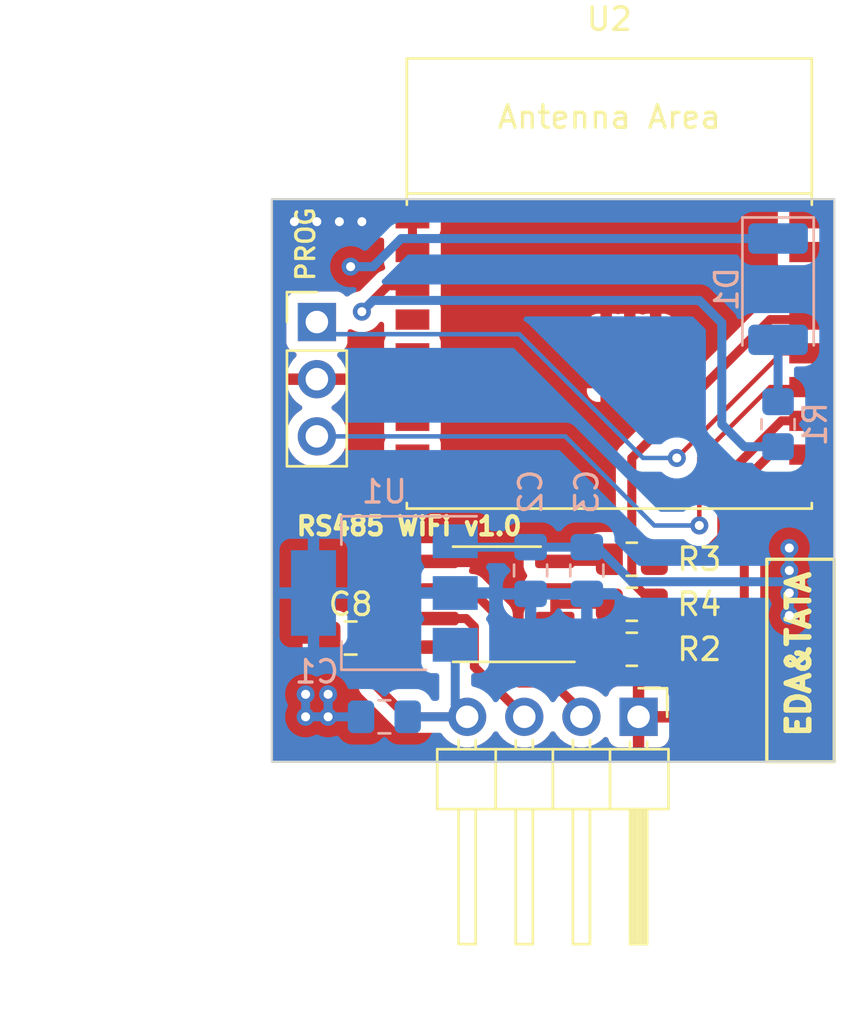
<source format=kicad_pcb>
(kicad_pcb (version 20221018) (generator pcbnew)
  (layers (0 "F.Cu" signal) (31 "B.Cu" signal) (34 "B.Paste" user) (35 "F.Paste" user) (36 "B.SilkS" user "B.Silkscreen") (37 "F.SilkS" user "F.Silkscreen") (38 "B.Mask" user) (39 "F.Mask" user) (44 "Edge.Cuts" user))
  (net 0 "")
  (net 1 "+5V")
  (net 2 "GND")
  (net 3 "+3V3")
  (net 9 "Net-(D1-A)")
  (net 14 "/USB_D-")
  (net 15 "/USB_D+")
  (net 16 "/RS485_A")
  (net 17 "/RS485_B")
  (net 18 "/RX")
  (net 19 "/TX")
  (net 20 "/TXEN")
  (net 21 "/LED")
  (net 22 "Net-(U2-GPIO20{slash}U0RXD)")
  (net 23 "Net-(U2-GPIO21{slash}U0TXD)")
  (net 24 "Net-(U2-GPIO3{slash}ADC1_CH3)")
  (footprint "Resistor_SMD:R_0805_2012Metric_Pad1.20x1.40mm_HandSolder" (layer "F.Cu") (at 141 81 180)
    (fp_text reference "R3" (at -3 0) (layer "F.SilkS"))
    (fp_text value "270R")
    (fp_line (start -0.227064 -0.735) (end 0.227064 -0.735) (stroke (width 0.12)) (layer "F.SilkS"))
    (fp_line (start -0.227064 0.735) (end 0.227064 0.735) (stroke (width 0.12)) (layer "F.SilkS"))
    (pad "1" smd roundrect (at -1 0 180) (size 1.2 1.4) (layers "F.Cu" "F.Paste" "F.Mask") (roundrect_rratio 0.2083333333) (net 23 "Net-(U2-GPIO21{slash}U0TXD)"))
    (pad "2" smd roundrect (at 1 0 180) (size 1.2 1.4) (layers "F.Cu" "F.Paste" "F.Mask") (roundrect_rratio 0.2083333333) (net 19 "/TX"))
  )
  (footprint "Resistor_SMD:R_0805_2012Metric_Pad1.20x1.40mm_HandSolder" (layer "F.Cu") (at 141 83)
    (fp_text reference "R4" (at 3 0) (layer "F.SilkS"))
    (fp_text value "270R")
    (fp_line (start -0.227064 -0.735) (end 0.227064 -0.735) (stroke (width 0.12)) (layer "F.SilkS"))
    (fp_line (start -0.227064 0.735) (end 0.227064 0.735) (stroke (width 0.12)) (layer "F.SilkS"))
    (pad "1" smd roundrect (at -1 0) (size 1.2 1.4) (layers "F.Cu" "F.Paste" "F.Mask") (roundrect_rratio 0.2083333333) (net 20 "/TXEN"))
    (pad "2" smd roundrect (at 1 0) (size 1.2 1.4) (layers "F.Cu" "F.Paste" "F.Mask") (roundrect_rratio 0.2083333333) (net 24 "Net-(U2-GPIO3{slash}ADC1_CH3)"))
  )
  (footprint "Connector_PinHeader_2.54mm:PinHeader_1x04_P2.54mm_Horizontal" (layer "F.Cu") (at 141.3 88 -90)
    (fp_text reference "J1" hide)
    (fp_text value "internal")
    (fp_line (start -1.27 -1.27) (end 0 -1.27) (stroke (width 0.12)) (layer "F.SilkS"))
    (fp_line (start -1.27 0) (end -1.27 -1.27) (stroke (width 0.12)) (layer "F.SilkS"))
    (fp_line (start 1.042929 2.16) (end 1.44 2.16) (stroke (width 0.12)) (layer "F.SilkS"))
    (fp_line (start 1.042929 2.92) (end 1.44 2.92) (stroke (width 0.12)) (layer "F.SilkS"))
    (fp_line (start 1.042929 4.7) (end 1.44 4.7) (stroke (width 0.12)) (layer "F.SilkS"))
    (fp_line (start 1.042929 5.46) (end 1.44 5.46) (stroke (width 0.12)) (layer "F.SilkS"))
    (fp_line (start 1.042929 7.24) (end 1.44 7.24) (stroke (width 0.12)) (layer "F.SilkS"))
    (fp_line (start 1.042929 8) (end 1.44 8) (stroke (width 0.12)) (layer "F.SilkS"))
    (fp_line (start 1.11 -0.38) (end 1.44 -0.38) (stroke (width 0.12)) (layer "F.SilkS"))
    (fp_line (start 1.11 0.38) (end 1.44 0.38) (stroke (width 0.12)) (layer "F.SilkS"))
    (fp_line (start 1.44 -1.33) (end 1.44 8.95) (stroke (width 0.12)) (layer "F.SilkS"))
    (fp_line (start 1.44 1.27) (end 4.1 1.27) (stroke (width 0.12)) (layer "F.SilkS"))
    (fp_line (start 1.44 3.81) (end 4.1 3.81) (stroke (width 0.12)) (layer "F.SilkS"))
    (fp_line (start 1.44 6.35) (end 4.1 6.35) (stroke (width 0.12)) (layer "F.SilkS"))
    (fp_line (start 1.44 8.95) (end 4.1 8.95) (stroke (width 0.12)) (layer "F.SilkS"))
    (fp_line (start 4.1 -1.33) (end 1.44 -1.33) (stroke (width 0.12)) (layer "F.SilkS"))
    (fp_line (start 4.1 -0.38) (end 10.1 -0.38) (stroke (width 0.12)) (layer "F.SilkS"))
    (fp_line (start 4.1 -0.32) (end 10.1 -0.32) (stroke (width 0.12)) (layer "F.SilkS"))
    (fp_line (start 4.1 -0.2) (end 10.1 -0.2) (stroke (width 0.12)) (layer "F.SilkS"))
    (fp_line (start 4.1 -0.08) (end 10.1 -0.08) (stroke (width 0.12)) (layer "F.SilkS"))
    (fp_line (start 4.1 0.04) (end 10.1 0.04) (stroke (width 0.12)) (layer "F.SilkS"))
    (fp_line (start 4.1 0.16) (end 10.1 0.16) (stroke (width 0.12)) (layer "F.SilkS"))
    (fp_line (start 4.1 0.28) (end 10.1 0.28) (stroke (width 0.12)) (layer "F.SilkS"))
    (fp_line (start 4.1 2.16) (end 10.1 2.16) (stroke (width 0.12)) (layer "F.SilkS"))
    (fp_line (start 4.1 4.7) (end 10.1 4.7) (stroke (width 0.12)) (layer "F.SilkS"))
    (fp_line (start 4.1 7.24) (end 10.1 7.24) (stroke (width 0.12)) (layer "F.SilkS"))
    (fp_line (start 4.1 8.95) (end 4.1 -1.33) (stroke (width 0.12)) (layer "F.SilkS"))
    (fp_line (start 10.1 -0.38) (end 10.1 0.38) (stroke (width 0.12)) (layer "F.SilkS"))
    (fp_line (start 10.1 0.38) (end 4.1 0.38) (stroke (width 0.12)) (layer "F.SilkS"))
    (fp_line (start 10.1 2.16) (end 10.1 2.92) (stroke (width 0.12)) (layer "F.SilkS"))
    (fp_line (start 10.1 2.92) (end 4.1 2.92) (stroke (width 0.12)) (layer "F.SilkS"))
    (fp_line (start 10.1 4.7) (end 10.1 5.46) (stroke (width 0.12)) (layer "F.SilkS"))
    (fp_line (start 10.1 5.46) (end 4.1 5.46) (stroke (width 0.12)) (layer "F.SilkS"))
    (fp_line (start 10.1 7.24) (end 10.1 8) (stroke (width 0.12)) (layer "F.SilkS"))
    (fp_line (start 10.1 8) (end 4.1 8) (stroke (width 0.12)) (layer "F.SilkS"))
    (pad "1" thru_hole rect (at 0 0 270) (size 1.7 1.7) (drill 1) (layers *.Cu *.Mask) (net 2 "GND"))
    (pad "2" thru_hole oval (at 0 2.54 270) (size 1.7 1.7) (drill 1) (layers *.Cu *.Mask) (net 16 "/RS485_A"))
    (pad "3" thru_hole oval (at 0 5.08 270) (size 1.7 1.7) (drill 1) (layers *.Cu *.Mask) (net 17 "/RS485_B"))
    (pad "4" thru_hole oval (at 0 7.62 270) (size 1.7 1.7) (drill 1) (layers *.Cu *.Mask) (net 1 "+5V"))
  )
  (footprint "Capacitor_SMD:C_0805_2012Metric_Pad1.18x1.45mm_HandSolder" (layer "F.Cu") (at 128.5 84.5 180)
    (fp_text reference "C8" (at 0 1.5) (layer "F.SilkS"))
    (fp_text value "100n")
    (fp_line (start -0.261252 -0.735) (end 0.261252 -0.735) (stroke (width 0.12)) (layer "F.SilkS"))
    (fp_line (start -0.261252 0.735) (end 0.261252 0.735) (stroke (width 0.12)) (layer "F.SilkS"))
    (pad "1" smd roundrect (at -1.0375 0 180) (size 1.175 1.45) (layers "F.Cu" "F.Paste" "F.Mask") (roundrect_rratio 0.2127659574) (net 1 "+5V"))
    (pad "2" smd roundrect (at 1.0375 0 180) (size 1.175 1.45) (layers "F.Cu" "F.Paste" "F.Mask") (roundrect_rratio 0.2127659574) (net 2 "GND"))
  )
  (footprint "Resistor_SMD:R_0805_2012Metric_Pad1.20x1.40mm_HandSolder" (layer "F.Cu") (at 141 85 180)
    (fp_text reference "R2" (at -3 0) (layer "F.SilkS"))
    (fp_text value "270R")
    (fp_line (start -0.227064 -0.735) (end 0.227064 -0.735) (stroke (width 0.12)) (layer "F.SilkS"))
    (fp_line (start -0.227064 0.735) (end 0.227064 0.735) (stroke (width 0.12)) (layer "F.SilkS"))
    (pad "1" smd roundrect (at -1 0 180) (size 1.2 1.4) (layers "F.Cu" "F.Paste" "F.Mask") (roundrect_rratio 0.2083333333) (net 22 "Net-(U2-GPIO20{slash}U0RXD)"))
    (pad "2" smd roundrect (at 1 0 180) (size 1.2 1.4) (layers "F.Cu" "F.Paste" "F.Mask") (roundrect_rratio 0.2083333333) (net 18 "/RX"))
  )
  (footprint "Espressif:ESP32-C3-WROOM-02" (layer "F.Cu") (at 140 70)
    (fp_text reference "U2" (at 0 -13) (layer "F.SilkS"))
    (fp_text value "ESP32-C3-WROOM-02")
    (fp_text user "Antenna Area" (at 0 -8.65) (layer "F.SilkS"))
    (fp_line (start -9 -11.25) (end -9 -4.75) (stroke (width 0.12)) (layer "F.SilkS"))
    (fp_line (start -9 -11.25) (end 9 -11.25) (stroke (width 0.12)) (layer "F.SilkS"))
    (fp_line (start -9 8.75) (end -9 8.5) (stroke (width 0.12)) (layer "F.SilkS"))
    (fp_line (start 9 -11.25) (end 9 -4.75) (stroke (width 0.12)) (layer "F.SilkS"))
    (fp_line (start 9 -5.25) (end -8.95 -5.25) (stroke (width 0.12)) (layer "F.SilkS"))
    (fp_line (start 9 8.5) (end 9 8.75) (stroke (width 0.12)) (layer "F.SilkS"))
    (fp_line (start 9 8.75) (end -9 8.75) (stroke (width 0.12)) (layer "F.SilkS"))
    (pad "1" smd rect (at -8.75 -4.15) (size 1.5 0.9) (layers "F.Cu" "F.Paste" "F.Mask") (net 3 "+3V3"))
    (pad "2" smd rect (at -8.75 -2.65) (size 1.5 0.9) (layers "F.Cu" "F.Paste" "F.Mask") (net 3 "+3V3"))
    (pad "3" smd rect (at -8.75 -1.15) (size 1.5 0.9) (layers "F.Cu" "F.Paste" "F.Mask") (net 21 "/LED"))
    (pad "4" smd rect (at -8.75 0.35) (size 1.5 0.9) (layers "F.Cu" "F.Paste" "F.Mask"))
    (pad "5" smd rect (at -8.75 1.85) (size 1.5 0.9) (layers "F.Cu" "F.Paste" "F.Mask"))
    (pad "6" smd rect (at -8.75 3.35) (size 1.5 0.9) (layers "F.Cu" "F.Paste" "F.Mask"))
    (pad "7" smd rect (at -8.75 4.85) (size 1.5 0.9) (layers "F.Cu" "F.Paste" "F.Mask"))
    (pad "8" smd rect (at -8.75 6.35) (size 1.5 0.9) (layers "F.Cu" "F.Paste" "F.Mask"))
    (pad "9" smd rect (at -8.75 7.85) (size 1.5 0.9) (layers "F.Cu" "F.Paste" "F.Mask") (net 2 "GND"))
    (pad "10" smd rect (at 8.75 7.85 180) (size 1.5 0.9) (layers "F.Cu" "F.Paste" "F.Mask"))
    (pad "11" smd rect (at 8.75 6.35 180) (size 1.5 0.9) (layers "F.Cu" "F.Paste" "F.Mask") (net 22 "Net-(U2-GPIO20{slash}U0RXD)"))
    (pad "12" smd rect (at 8.75 4.85 180) (size 1.5 0.9) (layers "F.Cu" "F.Paste" "F.Mask") (net 23 "Net-(U2-GPIO21{slash}U0TXD)"))
    (pad "13" smd rect (at 8.75 3.35 180) (size 1.5 0.9) (layers "F.Cu" "F.Paste" "F.Mask") (net 14 "/USB_D-"))
    (pad "14" smd rect (at 8.75 1.85 180) (size 1.5 0.9) (layers "F.Cu" "F.Paste" "F.Mask") (net 15 "/USB_D+"))
    (pad "15" smd rect (at 8.75 0.35 180) (size 1.5 0.9) (layers "F.Cu" "F.Paste" "F.Mask") (net 24 "Net-(U2-GPIO3{slash}ADC1_CH3)"))
    (pad "16" smd rect (at 8.75 -1.15 180) (size 1.5 0.9) (layers "F.Cu" "F.Paste" "F.Mask"))
    (pad "17" smd rect (at 8.75 -2.65 180) (size 1.5 0.9) (layers "F.Cu" "F.Paste" "F.Mask"))
    (pad "18" smd rect (at 8.75 -4.15 180) (size 1.5 0.9) (layers "F.Cu" "F.Paste" "F.Mask"))
    (pad "19" smd rect (at -0.14 0.95 180) (size 0.7 0.7) (layers "F.Cu" "F.Paste" "F.Mask") (net 2 "GND"))
    (pad "19" smd rect (at -0.14 2.05 180) (size 0.7 0.7) (layers "F.Cu" "F.Paste" "F.Mask") (net 2 "GND"))
    (pad "19" smd rect (at -0.14 3.15 180) (size 0.7 0.7) (layers "F.Cu" "F.Paste" "F.Mask") (net 2 "GND"))
    (pad "19" smd rect (at 0.91 0.95 180) (size 0.7 0.7) (layers "F.Cu" "F.Paste" "F.Mask") (net 2 "GND"))
    (pad "19" smd rect (at 0.91 2.05 180) (size 0.7 0.7) (layers "F.Cu" "F.Paste" "F.Mask") (net 2 "GND"))
    (pad "19" smd rect (at 0.91 3.15 180) (size 0.7 0.7) (layers "F.Cu" "F.Paste" "F.Mask") (net 2 "GND"))
    (pad "19" smd rect (at 2.06 0.95 180) (size 0.7 0.7) (layers "F.Cu" "F.Paste" "F.Mask") (net 2 "GND"))
    (pad "19" smd rect (at 2.06 2.05 180) (size 0.7 0.7) (layers "F.Cu" "F.Paste" "F.Mask") (net 2 "GND"))
    (pad "19" smd rect (at 2.06 3.15 180) (size 0.7 0.7) (layers "F.Cu" "F.Paste" "F.Mask") (net 2 "GND"))
  )
  (footprint "Connector_PinHeader_2.54mm:PinHeader_1x03_P2.54mm_Vertical" (layer "F.Cu") (at 127 70.46)
    (fp_text reference "J2" hide)
    (fp_text value "PROG" (at -0.5 -3.46 90) (layer "F.SilkS") (effects (font (size 0.8 0.8))))
    (fp_line (start -1.33 -1.33) (end 0 -1.33) (stroke (width 0.12)) (layer "F.SilkS"))
    (fp_line (start -1.33 0) (end -1.33 -1.33) (stroke (width 0.12)) (layer "F.SilkS"))
    (fp_line (start -1.33 1.27) (end -1.33 6.41) (stroke (width 0.12)) (layer "F.SilkS"))
    (fp_line (start -1.33 1.27) (end 1.33 1.27) (stroke (width 0.12)) (layer "F.SilkS"))
    (fp_line (start -1.33 6.41) (end 1.33 6.41) (stroke (width 0.12)) (layer "F.SilkS"))
    (fp_line (start 1.33 1.27) (end 1.33 6.41) (stroke (width 0.12)) (layer "F.SilkS"))
    (pad "1" thru_hole rect (at 0 0) (size 1.7 1.7) (drill 1) (layers *.Cu *.Mask) (net 15 "/USB_D+"))
    (pad "2" thru_hole oval (at 0 2.54) (size 1.7 1.7) (drill 1) (layers *.Cu *.Mask) (net 2 "GND"))
    (pad "3" thru_hole oval (at 0 5.08) (size 1.7 1.7) (drill 1) (layers *.Cu *.Mask) (net 14 "/USB_D-"))
  )
  (footprint "Package_SO:SO-8_3.9x4.9mm_P1.27mm" (layer "F.Cu") (at 135 83 180)
    (fp_text reference "U5" hide)
    (fp_text value "MAX485E")
    (fp_line (start 0 -2.56) (end -3.45 -2.56) (stroke (width 0.12)) (layer "F.SilkS"))
    (fp_line (start 0 -2.56) (end 1.95 -2.56) (stroke (width 0.12)) (layer "F.SilkS"))
    (fp_line (start 0 2.56) (end -1.95 2.56) (stroke (width 0.12)) (layer "F.SilkS"))
    (fp_line (start 0 2.56) (end 1.95 2.56) (stroke (width 0.12)) (layer "F.SilkS"))
    (pad "1" smd roundrect (at -2.575 -1.905 180) (size 1.75 0.6) (layers "F.Cu" "F.Paste" "F.Mask") (net 18 "/RX"))
    (pad "2" smd roundrect (at -2.575 -0.635 180) (size 1.75 0.6) (layers "F.Cu" "F.Paste" "F.Mask") (net 20 "/TXEN"))
    (pad "3" smd roundrect (at -2.575 0.635 180) (size 1.75 0.6) (layers "F.Cu" "F.Paste" "F.Mask") (net 20 "/TXEN"))
    (pad "4" smd roundrect (at -2.575 1.905 180) (size 1.75 0.6) (layers "F.Cu" "F.Paste" "F.Mask") (net 19 "/TX"))
    (pad "5" smd roundrect (at 2.575 1.905 180) (size 1.75 0.6) (layers "F.Cu" "F.Paste" "F.Mask") (net 2 "GND"))
    (pad "6" smd roundrect (at 2.575 0.635 180) (size 1.75 0.6) (layers "F.Cu" "F.Paste" "F.Mask") (net 16 "/RS485_A"))
    (pad "7" smd roundrect (at 2.575 -0.635 180) (size 1.75 0.6) (layers "F.Cu" "F.Paste" "F.Mask") (net 17 "/RS485_B"))
    (pad "8" smd roundrect (at 2.575 -1.905 180) (size 1.75 0.6) (layers "F.Cu" "F.Paste" "F.Mask") (net 1 "+5V"))
  )
  (footprint "Capacitor_SMD:C_0805_2012Metric_Pad1.18x1.45mm_HandSolder" (layer "B.Cu") (at 136.5 81.5 90)
    (fp_text reference "C2" (at 3.5 0 90) (layer "B.SilkS") (effects (justify mirror)))
    (fp_text value "47u")
    (fp_line (start -0.261252 -0.735) (end 0.261252 -0.735) (stroke (width 0.12)) (layer "B.SilkS"))
    (fp_line (start -0.261252 0.735) (end 0.261252 0.735) (stroke (width 0.12)) (layer "B.SilkS"))
    (pad "1" smd roundrect (at -1.0375 0 90) (size 1.175 1.45) (layers "B.Cu" "B.Paste" "B.Mask") (roundrect_rratio 0.2127659574) (net 3 "+3V3"))
    (pad "2" smd roundrect (at 1.0375 0 90) (size 1.175 1.45) (layers "B.Cu" "B.Paste" "B.Mask") (roundrect_rratio 0.2127659574) (net 2 "GND"))
  )
  (footprint "Capacitor_SMD:C_0805_2012Metric_Pad1.18x1.45mm_HandSolder" (layer "B.Cu") (at 139 81.5 90)
    (fp_text reference "C3" (at 3.5 0 90) (layer "B.SilkS") (effects (justify mirror)))
    (fp_text value "47u")
    (fp_line (start -0.261252 -0.735) (end 0.261252 -0.735) (stroke (width 0.12)) (layer "B.SilkS"))
    (fp_line (start -0.261252 0.735) (end 0.261252 0.735) (stroke (width 0.12)) (layer "B.SilkS"))
    (pad "1" smd roundrect (at -1.0375 0 90) (size 1.175 1.45) (layers "B.Cu" "B.Paste" "B.Mask") (roundrect_rratio 0.2127659574) (net 3 "+3V3"))
    (pad "2" smd roundrect (at 1.0375 0 90) (size 1.175 1.45) (layers "B.Cu" "B.Paste" "B.Mask") (roundrect_rratio 0.2127659574) (net 2 "GND"))
  )
  (footprint "Package_TO_SOT_SMD:SOT-223-3_TabPin2" (layer "B.Cu") (at 130 82.5 180)
    (fp_text reference "U1" (at 0 4.5) (layer "B.SilkS") (effects (justify mirror)))
    (fp_text value "LM1117-3.3")
    (fp_line (start -4.1 3.41) (end 1.91 3.41) (stroke (width 0.12)) (layer "B.SilkS"))
    (fp_line (start -1.85 -3.41) (end 1.91 -3.41) (stroke (width 0.12)) (layer "B.SilkS"))
    (fp_line (start 1.91 -3.41) (end 1.91 -2.15) (stroke (width 0.12)) (layer "B.SilkS"))
    (fp_line (start 1.91 3.41) (end 1.91 2.15) (stroke (width 0.12)) (layer "B.SilkS"))
    (pad "1" smd rect (at -3.15 2.3 180) (size 2 1.5) (layers "B.Cu" "B.Paste" "B.Mask") (net 2 "GND"))
    (pad "2" smd rect (at -3.15 0 180) (size 2 1.5) (layers "B.Cu" "B.Paste" "B.Mask") (net 3 "+3V3"))
    (pad "2" smd rect (at 3.15 0 180) (size 2 3.8) (layers "B.Cu" "B.Paste" "B.Mask") (net 3 "+3V3"))
    (pad "3" smd rect (at -3.15 -2.3 180) (size 2 1.5) (layers "B.Cu" "B.Paste" "B.Mask") (net 1 "+5V"))
  )
  (footprint "LED_SMD:LED_2010_5025Metric" (layer "B.Cu") (at 147.5 69 -90)
    (fp_text reference "D1" (at 0 2.28 90) (layer "B.SilkS") (effects (justify mirror)))
    (fp_text value "LED")
    (fp_line (start -3.185 -1.585) (end 2.5 -1.585) (stroke (width 0.12)) (layer "B.SilkS"))
    (fp_line (start -3.185 1.585) (end -3.185 -1.585) (stroke (width 0.12)) (layer "B.SilkS"))
    (fp_line (start 2.5 1.585) (end -3.185 1.585) (stroke (width 0.12)) (layer "B.SilkS"))
    (pad "1" smd roundrect (at -2.25 0 270) (size 1.35 2.65) (layers "B.Cu" "B.Paste" "B.Mask") (roundrect_rratio 0.1851851852) (net 2 "GND"))
    (pad "2" smd roundrect (at 2.25 0 270) (size 1.35 2.65) (layers "B.Cu" "B.Paste" "B.Mask") (roundrect_rratio 0.1851851852) (net 9 "Net-(D1-A)"))
  )
  (footprint "Resistor_SMD:R_0805_2012Metric_Pad1.20x1.40mm_HandSolder" (layer "B.Cu") (at 147.5 75 90)
    (fp_text reference "R1" (at 0 1.65 90) (layer "B.SilkS") (effects (justify mirror)))
    (fp_text value "270R")
    (fp_line (start -0.227064 -0.735) (end 0.227064 -0.735) (stroke (width 0.12)) (layer "B.SilkS"))
    (fp_line (start -0.227064 0.735) (end 0.227064 0.735) (stroke (width 0.12)) (layer "B.SilkS"))
    (pad "1" smd roundrect (at -1 0 90) (size 1.2 1.4) (layers "B.Cu" "B.Paste" "B.Mask") (roundrect_rratio 0.2083333333) (net 21 "/LED"))
    (pad "2" smd roundrect (at 1 0 90) (size 1.2 1.4) (layers "B.Cu" "B.Paste" "B.Mask") (roundrect_rratio 0.2083333333) (net 9 "Net-(D1-A)"))
  )
  (footprint "Capacitor_SMD:C_0805_2012Metric_Pad1.18x1.45mm_HandSolder" (layer "B.Cu") (at 130 88 180)
    (fp_text reference "C1" (at 3 2) (layer "B.SilkS") (effects (justify mirror)))
    (fp_text value "10u")
    (fp_line (start -0.261252 -0.735) (end 0.261252 -0.735) (stroke (width 0.12)) (layer "B.SilkS"))
    (fp_line (start -0.261252 0.735) (end 0.261252 0.735) (stroke (width 0.12)) (layer "B.SilkS"))
    (pad "1" smd roundrect (at -1.0375 0 180) (size 1.175 1.45) (layers "B.Cu" "B.Paste" "B.Mask") (roundrect_rratio 0.2127659574) (net 1 "+5V"))
    (pad "2" smd roundrect (at 1.0375 0 180) (size 1.175 1.45) (layers "B.Cu" "B.Paste" "B.Mask") (roundrect_rratio 0.2127659574) (net 2 "GND"))
  )
  (gr_line (start 147 81) (end 147 90) (stroke (width 0.15)) (layer "F.SilkS"))
  (gr_line (start 150 81) (end 147 81) (stroke (width 0.15)) (layer "F.SilkS"))
  (gr_line (start 150 81) (end 150 90) (stroke (width 0.15)) (layer "F.SilkS"))
  (gr_line (start 150 90) (end 147 90) (stroke (width 0.15)) (layer "F.SilkS"))
  (gr_line (start 125 90) (end 150 90) (stroke (width 0.1)) (layer "Edge.Cuts"))
  (gr_line (start 150 90) (end 150 65) (stroke (width 0.1)) (layer "Edge.Cuts"))
  (gr_line (start 125 65) (end 125 90) (stroke (width 0.1)) (layer "Edge.Cuts"))
  (gr_line (start 150 65) (end 125 65) (stroke (width 0.1)) (layer "Edge.Cuts"))
  (gr_text "RS485 WiFi v1.0" (at 126 80) (layer "F.SilkS") (effects (font (size 0.8 0.8) (thickness 0.2) bold) (justify left bottom)))
  (gr_text "EDA&TATA" (at 149 89 90) (layer "F.SilkS") (effects (font (size 1 1) (thickness 0.25) bold) (justify left bottom)))
  (segment (start 133.68 88) (end 131 88) (width 0.4) (layer "F.Cu") (net 1))
  (segment (start 132.425 84.905) (end 129.9425 84.905) (width 0.4) (layer "F.Cu") (net 1))
  (segment (start 131 88) (end 129.5375 86.5375) (width 0.4) (layer "F.Cu") (net 1))
  (segment (start 129.5375 86.5375) (end 129.5375 84.5) (width 0.4) (layer "F.Cu") (net 1))
  (segment (start 129.9425 84.905) (end 129.5375 84.5) (width 0.4) (layer "F.Cu") (net 1))
  (segment (start 133.15 87.47) (end 133.68 88) (width 0.4) (layer "B.Cu") (net 1))
  (segment (start 133.15 84.8) (end 133.15 87.47) (width 0.4) (layer "B.Cu") (net 1))
  (segment (start 133.68 88) (end 131.0375 88) (width 0.4) (layer "B.Cu") (net 1))
  (via (at 148 80.5) (size 0.8) (drill 0.4) (layers "F.Cu" "B.Cu") (net 2))
  (via (at 126.5 87) (size 0.8) (drill 0.4) (layers "F.Cu" "B.Cu") (net 2))
  (via (at 148 83.5) (size 0.8) (drill 0.4) (layers "F.Cu" "B.Cu") (net 2))
  (via (at 127.5 87) (size 0.8) (drill 0.4) (layers "F.Cu" "B.Cu") (net 2))
  (via (at 126.5 88) (size 0.8) (drill 0.4) (layers "F.Cu" "B.Cu") (net 2))
  (via (at 148 82.5) (size 0.8) (drill 0.4) (layers "F.Cu" "B.Cu") (net 2))
  (via (at 128.5 68) (size 0.8) (drill 0.4) (layers "F.Cu" "B.Cu") (net 2))
  (via (at 148 81.5) (size 0.8) (drill 0.4) (layers "F.Cu" "B.Cu") (net 2))
  (via (at 127.5 88) (size 0.8) (drill 0.4) (layers "F.Cu" "B.Cu") (net 2))
  (segment (start 141 82) (end 148 82) (width 0.4) (layer "B.Cu") (net 2))
  (segment (start 148 80.5) (end 148 81.5) (width 0.4) (layer "B.Cu") (net 2))
  (segment (start 139 80.4625) (end 136.5 80.4625) (width 0.4) (layer "B.Cu") (net 2))
  (segment (start 126.5 88) (end 126.5 87) (width 0.4) (layer "B.Cu") (net 2))
  (segment (start 148 81.5) (end 148 82) (width 0.4) (layer "B.Cu") (net 2))
  (segment (start 133.4125 80.4625) (end 133.15 80.2) (width 0.4) (layer "B.Cu") (net 2))
  (segment (start 139.4625 80.4625) (end 141 82) (width 0.4) (layer "B.Cu") (net 2))
  (segment (start 130.75 66.75) (end 129.5 68) (width 0.4) (layer "B.Cu") (net 2))
  (segment (start 139 80.4625) (end 139.4625 80.4625) (width 0.4) (layer "B.Cu") (net 2))
  (segment (start 136.5 80.4625) (end 133.4125 80.4625) (width 0.4) (layer "B.Cu") (net 2))
  (segment (start 148 82) (end 148 82.5) (width 0.4) (layer "B.Cu") (net 2))
  (segment (start 147.5 66.75) (end 130.75 66.75) (width 0.4) (layer "B.Cu") (net 2))
  (segment (start 127.5 88) (end 126.5 88) (width 0.4) (layer "B.Cu") (net 2))
  (segment (start 129.5 68) (end 128.5 68) (width 0.4) (layer "B.Cu") (net 2))
  (segment (start 148 82.5) (end 148 83.5) (width 0.4) (layer "B.Cu") (net 2))
  (segment (start 128.9625 88) (end 127.5 88) (width 0.4) (layer "B.Cu") (net 2))
  (segment (start 127.5 88) (end 127.5 87) (width 0.4) (layer "B.Cu") (net 2))
  (segment (start 128 66) (end 127 66) (width 0.4) (layer "F.Cu") (net 3))
  (segment (start 131.25 67.35) (end 131.25 65.85) (width 0.4) (layer "F.Cu") (net 3))
  (segment (start 129 66) (end 128 66) (width 0.4) (layer "F.Cu") (net 3))
  (segment (start 130 66) (end 129 66) (width 0.4) (layer "F.Cu") (net 3))
  (segment (start 127 66) (end 126 66) (width 0.4) (layer "F.Cu") (net 3))
  (segment (start 130.15 65.85) (end 130 66) (width 0.4) (layer "F.Cu") (net 3))
  (segment (start 131.25 65.85) (end 130.15 65.85) (width 0.4) (layer "F.Cu") (net 3))
  (via (at 129 66) (size 0.8) (drill 0.4) (layers "F.Cu" "B.Cu") (net 3))
  (via (at 128 66) (size 0.8) (drill 0.4) (layers "F.Cu" "B.Cu") (net 3))
  (via (at 127 66) (size 0.8) (drill 0.4) (layers "F.Cu" "B.Cu") (net 3))
  (via (at 126 66) (size 0.8) (drill 0.4) (layers "F.Cu" "B.Cu") (net 3))
  (segment (start 147.5 71.25) (end 147.5 74) (width 0.4) (layer "B.Cu") (net 9))
  (segment (start 144 76.5) (end 144 79.5) (width 0.2) (layer "F.Cu") (net 14))
  (segment (start 147.15 73.35) (end 144 76.5) (width 0.2) (layer "F.Cu") (net 14))
  (segment (start 148.75 73.35) (end 147.15 73.35) (width 0.2) (layer "F.Cu") (net 14))
  (via (at 144 79.5) (size 0.8) (drill 0.4) (layers "F.Cu" "B.Cu") (net 14))
  (segment (start 144 79.5) (end 142 79.5) (width 0.2) (layer "B.Cu") (net 14))
  (segment (start 142 79.5) (end 138.04 75.54) (width 0.2) (layer "B.Cu") (net 14))
  (segment (start 138.04 75.54) (end 127 75.54) (width 0.2) (layer "B.Cu") (net 14))
  (segment (start 147.65 71.85) (end 148.75 71.85) (width 0.2) (layer "F.Cu") (net 15))
  (segment (start 143 76.5) (end 147.65 71.85) (width 0.2) (layer "F.Cu") (net 15))
  (via (at 143 76.5) (size 0.8) (drill 0.4) (layers "F.Cu" "B.Cu") (net 15))
  (segment (start 143 76.5) (end 141.5 76.5) (width 0.2) (layer "B.Cu") (net 15))
  (segment (start 127.54 71) (end 127 70.46) (width 0.2) (layer "B.Cu") (net 15))
  (segment (start 141.5 76.5) (end 136 71) (width 0.2) (layer "B.Cu") (net 15))
  (segment (start 136 71) (end 127.54 71) (width 0.2) (layer "B.Cu") (net 15))
  (segment (start 135 83.5) (end 135 85.5) (width 0.4) (layer "F.Cu") (net 16))
  (segment (start 136 86.5) (end 137.5 86.5) (width 0.4) (layer "F.Cu") (net 16))
  (segment (start 135 85.5) (end 136 86.5) (width 0.4) (layer "F.Cu") (net 16))
  (segment (start 137.5 86.5) (end 138.76 87.76) (width 0.4) (layer "F.Cu") (net 16))
  (segment (start 133.865 82.365) (end 135 83.5) (width 0.4) (layer "F.Cu") (net 16))
  (segment (start 132.425 82.365) (end 133.865 82.365) (width 0.4) (layer "F.Cu") (net 16))
  (segment (start 138.76 87.76) (end 138.76 88) (width 0.4) (layer "F.Cu") (net 16))
  (segment (start 133.635 83.635) (end 134 84) (width 0.4) (layer "F.Cu") (net 17))
  (segment (start 134 84) (end 134 85.78) (width 0.4) (layer "F.Cu") (net 17))
  (segment (start 134 85.78) (end 136.22 88) (width 0.4) (layer "F.Cu") (net 17))
  (segment (start 132.425 83.635) (end 133.635 83.635) (width 0.4) (layer "F.Cu") (net 17))
  (segment (start 137.575 84.905) (end 139.905 84.905) (width 0.4) (layer "F.Cu") (net 18))
  (segment (start 139.905 84.905) (end 140 85) (width 0.4) (layer "F.Cu") (net 18))
  (segment (start 137.575 81.095) (end 139.905 81.095) (width 0.4) (layer "F.Cu") (net 19))
  (segment (start 139.905 81.095) (end 140 81) (width 0.4) (layer "F.Cu") (net 19))
  (segment (start 137.575 83.635) (end 137.575 82.925) (width 0.4) (layer "F.Cu") (net 20))
  (segment (start 137.575 82.925) (end 137.575 82.365) (width 0.4) (layer "F.Cu") (net 20))
  (segment (start 137.65 83) (end 137.575 82.925) (width 0.4) (layer "F.Cu") (net 20))
  (segment (start 140 83) (end 137.65 83) (width 0.4) (layer "F.Cu") (net 20))
  (segment (start 130.15 68.85) (end 131.25 68.85) (width 0.4) (layer "F.Cu") (net 21))
  (segment (start 129 70) (end 130.15 68.85) (width 0.4) (layer "F.Cu") (net 21))
  (via (at 129 70) (size 0.8) (drill 0.4) (layers "F.Cu" "B.Cu") (net 21))
  (segment (start 144 69.5) (end 129.5 69.5) (width 0.4) (layer "B.Cu") (net 21))
  (segment (start 129.5 69.5) (end 129 70) (width 0.4) (layer "B.Cu") (net 21))
  (segment (start 146 76) (end 145 75) (width 0.4) (layer "B.Cu") (net 21))
  (segment (start 145 70.5) (end 144 69.5) (width 0.4) (layer "B.Cu") (net 21))
  (segment (start 147.5 76) (end 146 76) (width 0.4) (layer "B.Cu") (net 21))
  (segment (start 145 75) (end 145 70.5) (width 0.4) (layer "B.Cu") (net 21))
  (segment (start 144.5 85) (end 142 85) (width 0.4) (layer "F.Cu") (net 22))
  (segment (start 148.75 76.35) (end 147.15 76.35) (width 0.4) (layer "F.Cu") (net 22))
  (segment (start 147.15 76.35) (end 146 77.5) (width 0.4) (layer "F.Cu") (net 22))
  (segment (start 146 83.5) (end 144.5 85) (width 0.4) (layer "F.Cu") (net 22))
  (segment (start 146 77.5) (end 146 83.5) (width 0.4) (layer "F.Cu") (net 22))
  (segment (start 145 80) (end 144 81) (width 0.4) (layer "F.Cu") (net 23))
  (segment (start 147.65 74.85) (end 145 77.5) (width 0.4) (layer "F.Cu") (net 23))
  (segment (start 144 81) (end 142 81) (width 0.4) (layer "F.Cu") (net 23))
  (segment (start 145 77.5) (end 145 80) (width 0.4) (layer "F.Cu") (net 23))
  (segment (start 148.75 74.85) (end 147.65 74.85) (width 0.4) (layer "F.Cu") (net 23))
  (segment (start 141 76.5) (end 141 82) (width 0.4) (layer "F.Cu") (net 24))
  (segment (start 147.15 70.35) (end 141 76.5) (width 0.4) (layer "F.Cu") (net 24))
  (segment (start 148.75 70.35) (end 147.15 70.35) (width 0.4) (layer "F.Cu") (net 24))
  (segment (start 141 82) (end 142 83) (width 0.4) (layer "F.Cu") (net 24))
  (zone (net 2) (net_name "GND") (layer "F.Cu") (connect_pads (clearance 0.508)) (min_thickness 0.254) (fill yes (thermal_gap 0.508) (thermal_bridge_width 0.508) (island_removal_mode 2) (island_area_min 10))
    (polygon (pts (xy 150 90) (xy 125 90) (xy 125 65) (xy 150 65)))
  )
  (zone (net 3) (net_name "+3V3") (layer "B.Cu") (priority 1) (connect_pads (clearance 0.508)) (min_thickness 0.254) (fill yes (thermal_gap 0.508) (thermal_bridge_width 0.508) (island_removal_mode 2) (island_area_min 10))
    (polygon (pts (xy 150 90) (xy 125 90) (xy 125 65) (xy 150 65)))
  )
)
</source>
